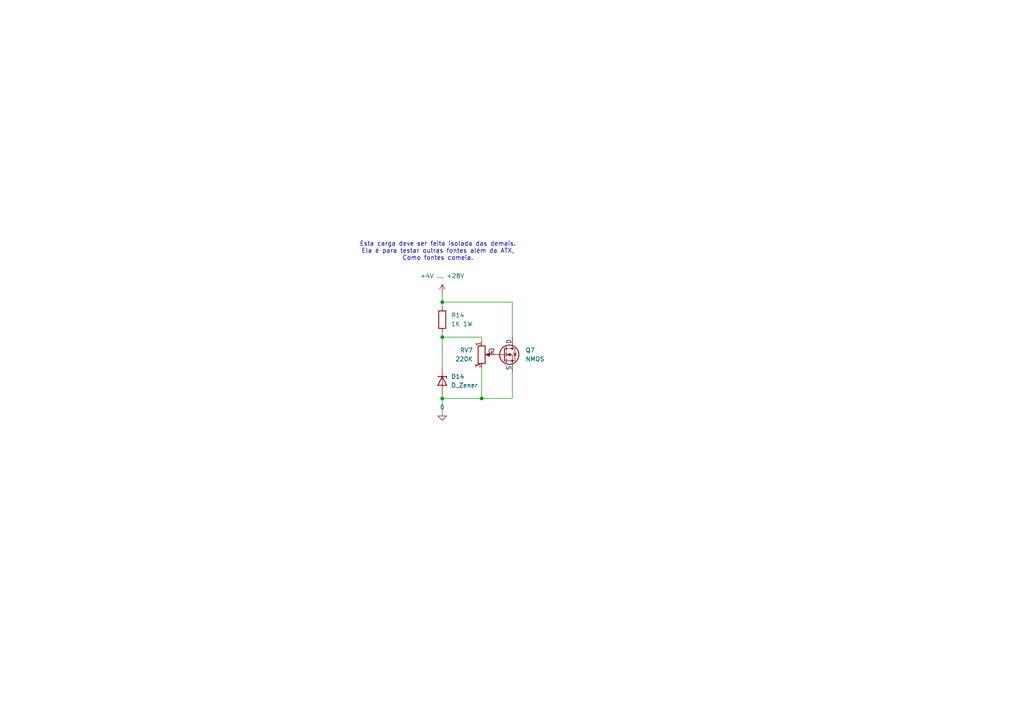
<source format=kicad_sch>
(kicad_sch (version 20231120) (generator "eeschema") (generator_version "8.0")
  (paper "A4")
  (lib_symbols
    (symbol "Device:D_Zener" (pin_numbers hide) (pin_names (offset 1.016) hide)
      (property "Reference" "D" (at 0 2.54 0))
      (property "Value" "D_Zener" (at 0 -2.54 0))
      (symbol "D_Zener_0_1"
        (polyline (pts (xy 1.27 0) (xy -1.27 0)))
        (polyline (pts (xy -1.27 -1.27) (xy -1.27 1.27) (xy -0.762 1.27)) (stroke (width 0.254)))
        (polyline (pts (xy 1.27 -1.27) (xy 1.27 1.27) (xy -1.27 0) (xy 1.27 -1.27)) (stroke (width 0.254)))
      )
      (symbol "D_Zener_1_1"
        (pin passive line (at -3.81 0 0) (length 2.54) (name "K") (number "1"))
        (pin passive line (at 3.81 0 180) (length 2.54) (name "A") (number "2"))
      )
    )
    (symbol "Device:R" (pin_numbers hide) (pin_names (offset 0))
      (property "Reference" "R" (at 2.032 0 90))
      (property "Value" "R" (at 0 0 90))
      (symbol "R_0_1"
        (rectangle (start -1.016 -2.54) (end 1.016 2.54) (stroke (width 0.254)))
      )
      (symbol "R_1_1"
        (pin passive line (at 0 3.81 270) (length 1.27) (name "~") (number "1"))
        (pin passive line (at 0 -3.81 90) (length 1.27) (name "~") (number "2"))
      )
    )
    (symbol "Device:R_Potentiometer" (pin_names (offset 1.016) hide)
      (property "Reference" "RV" (at -4.445 0 90))
      (property "Value" "R_Potentiometer" (at -2.54 0 90))
      (symbol "R_Potentiometer_0_1"
        (polyline (pts (xy 2.54 0) (xy 1.524 0)))
        (polyline (pts (xy 1.143 0) (xy 2.286 0.508) (xy 2.286 -0.508) (xy 1.143 0)) (fill (type outline)))
        (rectangle (start 1.016 2.54) (end -1.016 -2.54) (stroke (width 0.254)))
      )
      (symbol "R_Potentiometer_1_1"
        (pin passive line (at 0 3.81 270) (length 1.27) (name "1") (number "1"))
        (pin passive line (at 3.81 0 180) (length 1.27) (name "2") (number "2"))
        (pin passive line (at 0 -3.81 90) (length 1.27) (name "3") (number "3"))
      )
    )
    (symbol "Simulation_SPICE:0" (power) (pin_numbers hide) (pin_names (offset 0) hide)
      (property "Value" "0" (at 0 -2.54 0))
      (symbol "0_0_1"
        (polyline (pts (xy -1.27 0) (xy 0 -1.27) (xy 1.27 0) (xy -1.27 0)))
      )
      (symbol "0_1_1"
        (pin power_in line (at 0 0 0) (length 0) (name "~") (number "1"))
      )
    )
    (symbol "Simulation_SPICE:NMOS" (pin_numbers hide) (pin_names (offset 0))
      (property "Reference" "Q" (at 5.08 1.27 0))
      (property "Value" "NMOS" (at 5.08 -1.27 0))
      (symbol "NMOS_0_1"
        (polyline (pts (xy 0.254 0) (xy -2.54 0)))
        (polyline (pts (xy 0.254 1.905) (xy 0.254 -1.905)) (stroke (width 0.254)))
        (polyline (pts (xy 0.762 -1.27) (xy 0.762 -2.286)) (stroke (width 0.254)))
        (polyline (pts (xy 0.762 0.508) (xy 0.762 -0.508)) (stroke (width 0.254)))
        (polyline (pts (xy 0.762 2.286) (xy 0.762 1.27)) (stroke (width 0.254)))
        (polyline (pts (xy 2.54 2.54) (xy 2.54 1.778)))
        (polyline (pts (xy 2.54 -2.54) (xy 2.54 0) (xy 0.762 0)))
        (polyline (pts (xy 0.762 -1.778) (xy 3.302 -1.778) (xy 3.302 1.778) (xy 0.762 1.778)))
        (polyline (pts (xy 1.016 0) (xy 2.032 0.381) (xy 2.032 -0.381) (xy 1.016 0)) (fill (type outline)))
        (polyline (pts (xy 2.794 0.508) (xy 2.921 0.381) (xy 3.683 0.381) (xy 3.81 0.254)))
        (polyline (pts (xy 3.302 0.381) (xy 2.921 -0.254) (xy 3.683 -0.254) (xy 3.302 0.381)))
        (circle (center 1.651 0) (radius 2.794) (stroke (width 0.254)))
        (circle (center 2.54 -1.778) (radius 0.254) (fill (type outline)))
        (circle (center 2.54 1.778) (radius 0.254) (fill (type outline)))
      )
      (symbol "NMOS_1_1"
        (pin passive line (at 2.54 5.08 270) (length 2.54) (name "D") (number "1"))
        (pin input line (at -5.08 0 0) (length 2.54) (name "G") (number "2"))
        (pin passive line (at 2.54 -5.08 90) (length 2.54) (name "S") (number "3"))
      )
    )
    (symbol "power:+12V" (power) (pin_numbers hide) (pin_names (offset 0) hide)
      (property "Value" "+12V" (at 0 3.556 0))
      (symbol "+12V_0_1"
        (polyline (pts (xy -0.762 1.27) (xy 0 2.54)))
        (polyline (pts (xy 0 0) (xy 0 2.54)))
        (polyline (pts (xy 0 2.54) (xy 0.762 1.27)))
      )
      (symbol "+12V_1_1"
        (pin power_in line (at 0 0 90) (length 0) (name "~") (number "1"))
      )
    )
  )
  (junction (at 128.27 87.63))
  (junction (at 128.27 115.57))
  (junction (at 139.7 115.57))
  (junction (at 128.27 97.79))
  (wire (pts (xy 128.27 87.63) (xy 128.27 88.9)))
  (wire (pts (xy 128.27 114.3) (xy 128.27 115.57)))
  (wire (pts (xy 128.27 115.57) (xy 128.27 120.65)))
  (wire (pts (xy 139.7 106.68) (xy 139.7 115.57)))
  (wire (pts (xy 128.27 85.09) (xy 128.27 87.63)))
  (wire (pts (xy 148.59 97.79) (xy 148.59 87.63)))
  (wire (pts (xy 139.7 115.57) (xy 148.59 115.57)))
  (wire (pts (xy 148.59 87.63) (xy 128.27 87.63)))
  (wire (pts (xy 128.27 96.52) (xy 128.27 97.79)))
  (wire (pts (xy 128.27 97.79) (xy 128.27 106.68)))
  (wire (pts (xy 143.51 102.87) (xy 140.97 102.87)))
  (wire (pts (xy 148.59 115.57) (xy 148.59 107.95)))
  (wire (pts (xy 128.27 115.57) (xy 139.7 115.57)))
  (wire (pts (xy 128.27 97.79) (xy 139.7 97.79)))
  (wire (pts (xy 139.7 97.79) (xy 139.7 99.06)))
  (text "Esta carga deve ser feita isolada das demais.\nEla é para testar outras fontes além da ATX,\nComo fontes comeia." (at 127 72.898 0) (effects (font (size 1.27 1.27))))
  (symbol (lib_id "Simulation_SPICE:0") (at 128.27 120.65 0) (unit 1)
    (property "Reference" "#GND07" (effects (hide yes)))
    (property "Value" "0" (at 128.27 118.11 0))
    (property "Datasheet" "https://ngspice.sourceforge.io/docs/ngspice-html-manual/manual.xhtml#subsec_Circuit_elements__device" (effects (hide yes)))
    (property "Description" "0V reference potential for simulation" (effects (hide yes)))
  )
  (symbol (lib_id "Device:D_Zener") (at 128.27 110.49 270) (unit 1)
    (property "Reference" "D14" (at 130.81 109.2199 90) (effects (justify left)))
    (property "Value" "D_Zener" (at 130.81 111.7599 90) (effects (justify left)))
    (property "Description" "Zener diode" (effects (hide yes)))
  )
  (symbol (lib_id "Device:R") (at 128.27 92.71 0) (unit 1)
    (property "Reference" "R14" (at 130.81 91.4399 0) (effects (justify left)))
    (property "Value" "1K 1W" (at 130.81 93.9799 0) (effects (justify left)))
    (property "Description" "Resistor" (effects (hide yes)))
  )
  (symbol (lib_id "Simulation_SPICE:NMOS") (at 146.05 102.87 0) (unit 1)
    (property "Reference" "Q7" (at 152.4 101.5999 0) (effects (justify left)))
    (property "Value" "NMOS" (at 152.4 104.1399 0) (effects (justify left)))
    (property "Datasheet" "https://ngspice.sourceforge.io/docs/ngspice-html-manual/manual.xhtml#cha_MOSFETs" (effects (hide yes)))
    (property "Description" "N-MOSFET transistor, drain/source/gate" (effects (hide yes)))
    (property "Sim.Device" "NMOS" (effects (hide yes)))
    (property "Sim.Type" "VDMOS" (effects (hide yes)))
    (property "Sim.Pins" "1=D 2=G 3=S" (effects (hide yes)))
  )
  (symbol (lib_id "Device:R_Potentiometer") (at 139.7 102.87 0) (unit 1)
    (property "Reference" "RV7" (at 137.16 101.5999 0) (effects (justify right)))
    (property "Value" "220K" (at 137.16 104.1399 0) (effects (justify right)))
    (property "Description" "Potentiometer" (effects (hide yes)))
  )
  (symbol (lib_id "power:+12V") (at 128.27 85.09 0) (unit 1)
    (property "Reference" "#PWR025" (effects (hide yes)))
    (property "Value" "+4V ... +28V" (at 128.27 80.01 0))
    (property "Description" "Power symbol creates a global label with name \"+12V\"" (effects (hide yes)))
  )
)
</source>
